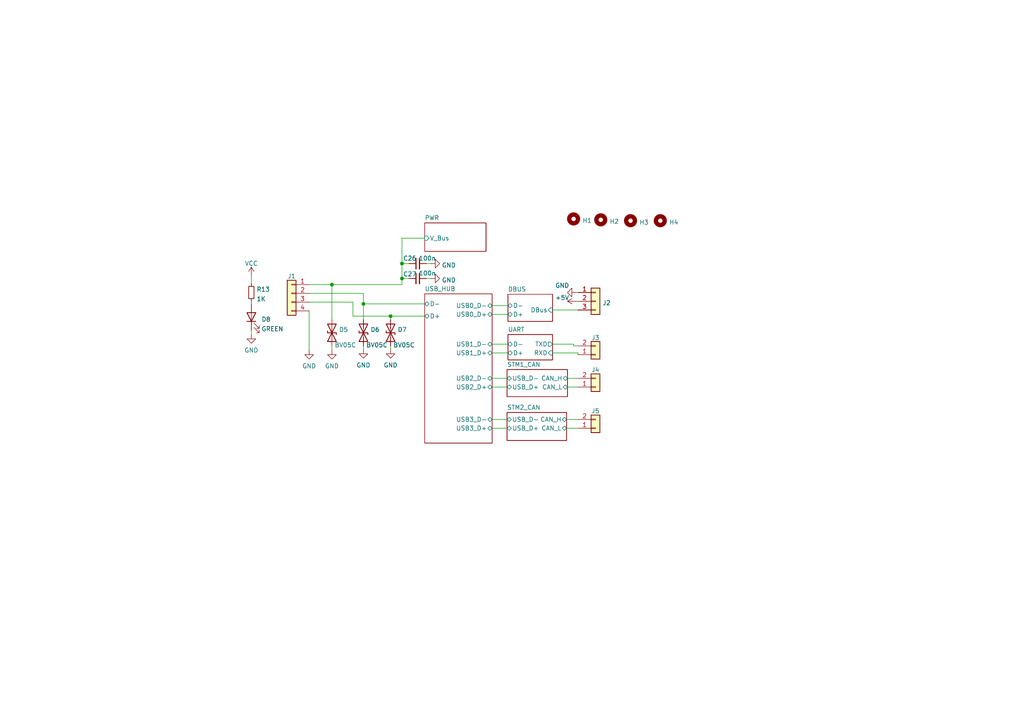
<source format=kicad_sch>
(kicad_sch (version 20230121) (generator eeschema)
  (paper "A4")
  (lib_symbols
    (symbol "Connector_Generic:Conn_01x02" (pin_names (offset 1.016) hide)
      (property "Reference" "J" (at 0 2.54 0))
      (property "Value" "Conn_01x02" (at 0 -5.08 0))
      (symbol "Conn_01x02_1_1"
        (rectangle (start -1.27 -2.413) (end 0 -2.667) (stroke (width 0.1524)))
        (rectangle (start -1.27 0.127) (end 0 -0.127) (stroke (width 0.1524)))
        (rectangle (start -1.27 1.27) (end 1.27 -3.81) (stroke (width 0.254)) (fill (type background)))
        (pin passive line (at -5.08 0 0) (length 3.81) (name "Pin_1") (number "1"))
        (pin passive line (at -5.08 -2.54 0) (length 3.81) (name "Pin_2") (number "2"))
      )
    )
    (symbol "Connector_Generic:Conn_01x03" (pin_names (offset 1.016) hide)
      (property "Reference" "J" (at 0 5.08 0))
      (property "Value" "Conn_01x03" (at 0 -5.08 0))
      (symbol "Conn_01x03_1_1"
        (rectangle (start -1.27 -2.413) (end 0 -2.667) (stroke (width 0.1524)))
        (rectangle (start -1.27 0.127) (end 0 -0.127) (stroke (width 0.1524)))
        (rectangle (start -1.27 2.667) (end 0 2.413) (stroke (width 0.1524)))
        (rectangle (start -1.27 3.81) (end 1.27 -3.81) (stroke (width 0.254)) (fill (type background)))
        (pin passive line (at -5.08 2.54 0) (length 3.81) (name "Pin_1") (number "1"))
        (pin passive line (at -5.08 0 0) (length 3.81) (name "Pin_2") (number "2"))
        (pin passive line (at -5.08 -2.54 0) (length 3.81) (name "Pin_3") (number "3"))
      )
    )
    (symbol "Connector_Generic:Conn_01x04" (pin_names (offset 1.016) hide)
      (property "Reference" "J" (at 0 5.08 0))
      (property "Value" "Conn_01x04" (at 0 -7.62 0))
      (symbol "Conn_01x04_1_1"
        (rectangle (start -1.27 -4.953) (end 0 -5.207) (stroke (width 0.1524)))
        (rectangle (start -1.27 -2.413) (end 0 -2.667) (stroke (width 0.1524)))
        (rectangle (start -1.27 0.127) (end 0 -0.127) (stroke (width 0.1524)))
        (rectangle (start -1.27 2.667) (end 0 2.413) (stroke (width 0.1524)))
        (rectangle (start -1.27 3.81) (end 1.27 -6.35) (stroke (width 0.254)) (fill (type background)))
        (pin passive line (at -5.08 2.54 0) (length 3.81) (name "Pin_1") (number "1"))
        (pin passive line (at -5.08 0 0) (length 3.81) (name "Pin_2") (number "2"))
        (pin passive line (at -5.08 -2.54 0) (length 3.81) (name "Pin_3") (number "3"))
        (pin passive line (at -5.08 -5.08 0) (length 3.81) (name "Pin_4") (number "4"))
      )
    )
    (symbol "Device:C_Small" (pin_numbers hide) (pin_names (offset 0.254) hide)
      (property "Reference" "C" (at 0.254 1.778 0))
      (property "Value" "C_Small" (at 0.254 -2.032 0))
      (symbol "C_Small_0_1"
        (polyline (pts (xy -1.524 -0.508) (xy 1.524 -0.508)) (stroke (width 0.3302)))
        (polyline (pts (xy -1.524 0.508) (xy 1.524 0.508)) (stroke (width 0.3048)))
      )
      (symbol "C_Small_1_1"
        (pin passive line (at 0 2.54 270) (length 2.032) (name "~") (number "1"))
        (pin passive line (at 0 -2.54 90) (length 2.032) (name "~") (number "2"))
      )
    )
    (symbol "Device:D_TVS" (pin_numbers hide) (pin_names (offset 1.016) hide)
      (property "Reference" "D" (at 0 2.54 0))
      (property "Value" "D_TVS" (at 0 -2.54 0))
      (symbol "D_TVS_0_1"
        (polyline (pts (xy 1.27 0) (xy -1.27 0)))
        (polyline (pts (xy 0.508 1.27) (xy 0 1.27) (xy 0 -1.27) (xy -0.508 -1.27)) (stroke (width 0.254)))
        (polyline (pts (xy -2.54 1.27) (xy -2.54 -1.27) (xy 2.54 1.27) (xy 2.54 -1.27) (xy -2.54 1.27)) (stroke (width 0.254)))
      )
      (symbol "D_TVS_1_1"
        (pin passive line (at -3.81 0 0) (length 2.54) (name "A1") (number "1"))
        (pin passive line (at 3.81 0 180) (length 2.54) (name "A2") (number "2"))
      )
    )
    (symbol "Device:LED" (pin_numbers hide) (pin_names (offset 1.016) hide)
      (property "Reference" "D" (at 0 2.54 0))
      (property "Value" "LED" (at 0 -2.54 0))
      (symbol "LED_0_1"
        (polyline (pts (xy -1.27 -1.27) (xy -1.27 1.27)) (stroke (width 0.254)))
        (polyline (pts (xy -1.27 0) (xy 1.27 0)))
        (polyline (pts (xy 1.27 -1.27) (xy 1.27 1.27) (xy -1.27 0) (xy 1.27 -1.27)) (stroke (width 0.254)))
        (polyline (pts (xy -3.048 -0.762) (xy -4.572 -2.286) (xy -3.81 -2.286) (xy -4.572 -2.286) (xy -4.572 -1.524)))
        (polyline (pts (xy -1.778 -0.762) (xy -3.302 -2.286) (xy -2.54 -2.286) (xy -3.302 -2.286) (xy -3.302 -1.524)))
      )
      (symbol "LED_1_1"
        (pin passive line (at -3.81 0 0) (length 2.54) (name "K") (number "1"))
        (pin passive line (at 3.81 0 180) (length 2.54) (name "A") (number "2"))
      )
    )
    (symbol "Device:R_Small" (pin_numbers hide) (pin_names (offset 0.254) hide)
      (property "Reference" "R" (at 0.762 0.508 0))
      (property "Value" "R_Small" (at 0.762 -1.016 0))
      (symbol "R_Small_0_1"
        (rectangle (start -0.762 1.778) (end 0.762 -1.778) (stroke (width 0.2032)))
      )
      (symbol "R_Small_1_1"
        (pin passive line (at 0 2.54 270) (length 0.762) (name "~") (number "1"))
        (pin passive line (at 0 -2.54 90) (length 0.762) (name "~") (number "2"))
      )
    )
    (symbol "Mechanical:MountingHole" (pin_names (offset 1.016))
      (property "Reference" "H" (at 0 5.08 0))
      (property "Value" "MountingHole" (at 0 3.175 0))
      (symbol "MountingHole_0_1"
        (circle (center 0 0) (radius 1.27) (stroke (width 1.27)))
      )
    )
    (symbol "power:+5V" (power) (pin_names (offset 0))
      (property "Value" "+5V" (at 0 3.556 0))
      (symbol "+5V_0_1"
        (polyline (pts (xy -0.762 1.27) (xy 0 2.54)))
        (polyline (pts (xy 0 0) (xy 0 2.54)))
        (polyline (pts (xy 0 2.54) (xy 0.762 1.27)))
      )
      (symbol "+5V_1_1"
        (pin power_in line (at 0 0 90) (length 0) hide (name "+5V") (number "1"))
      )
    )
    (symbol "power:GND" (power) (pin_names (offset 0))
      (property "Value" "GND" (at 0 -3.81 0))
      (symbol "GND_0_1"
        (polyline (pts (xy 0 0) (xy 0 -1.27) (xy 1.27 -1.27) (xy 0 -2.54) (xy -1.27 -1.27) (xy 0 -1.27)))
      )
      (symbol "GND_1_1"
        (pin power_in line (at 0 0 270) (length 0) hide (name "GND") (number "1"))
      )
    )
    (symbol "power:VCC" (power) (pin_names (offset 0))
      (property "Value" "VCC" (at 0 3.81 0))
      (symbol "VCC_0_1"
        (polyline (pts (xy -0.762 1.27) (xy 0 2.54)))
        (polyline (pts (xy 0 0) (xy 0 2.54)))
        (polyline (pts (xy 0 2.54) (xy 0.762 1.27)))
      )
      (symbol "VCC_1_1"
        (pin power_in line (at 0 0 90) (length 0) hide (name "VCC") (number "1"))
      )
    )
  )
  (junction (at 116.586 80.772))
  (junction (at 96.266 82.55))
  (junction (at 105.41 88.138))
  (junction (at 113.284 91.694))
  (junction (at 116.586 76.454))
  (wire (pts (xy 116.586 80.772) (xy 118.618 80.772)))
  (wire (pts (xy 105.41 88.138) (xy 123.19 88.138)))
  (wire (pts (xy 142.748 88.646) (xy 147.32 88.646)))
  (wire (pts (xy 164.592 112.268) (xy 167.64 112.268)))
  (wire (pts (xy 96.266 82.55) (xy 116.586 82.55)))
  (wire (pts (xy 167.64 100.33) (xy 166.37 100.33)))
  (wire (pts (xy 166.37 99.822) (xy 160.274 99.822)))
  (wire (pts (xy 89.662 85.09) (xy 105.41 85.09)))
  (wire (pts (xy 96.266 82.55) (xy 96.266 92.71)))
  (wire (pts (xy 89.662 87.63) (xy 102.362 87.63)))
  (wire (pts (xy 89.662 82.55) (xy 96.266 82.55)))
  (wire (pts (xy 142.748 124.206) (xy 147.066 124.206)))
  (wire (pts (xy 167.132 87.376) (xy 167.64 87.376)))
  (wire (pts (xy 116.586 69.088) (xy 116.586 76.454)))
  (wire (pts (xy 164.592 109.728) (xy 167.64 109.728)))
  (wire (pts (xy 105.41 88.138) (xy 105.41 92.71)))
  (wire (pts (xy 102.362 91.694) (xy 113.284 91.694)))
  (wire (pts (xy 89.662 90.17) (xy 89.662 101.6)))
  (wire (pts (xy 160.274 89.916) (xy 167.64 89.916)))
  (wire (pts (xy 116.586 69.088) (xy 123.19 69.088)))
  (wire (pts (xy 72.898 95.758) (xy 72.898 97.028)))
  (wire (pts (xy 113.284 100.33) (xy 113.284 101.346)))
  (wire (pts (xy 105.41 85.09) (xy 105.41 88.138)))
  (wire (pts (xy 113.284 91.694) (xy 123.19 91.694)))
  (wire (pts (xy 113.284 91.694) (xy 113.284 92.71)))
  (wire (pts (xy 123.698 76.454) (xy 124.968 76.454)))
  (wire (pts (xy 72.898 87.376) (xy 72.898 88.138)))
  (wire (pts (xy 167.64 102.87) (xy 167.64 102.362)))
  (wire (pts (xy 166.37 100.33) (xy 166.37 99.822)))
  (wire (pts (xy 142.748 91.186) (xy 147.32 91.186)))
  (wire (pts (xy 142.748 109.728) (xy 147.066 109.728)))
  (wire (pts (xy 164.338 121.666) (xy 167.64 121.666)))
  (wire (pts (xy 116.586 76.454) (xy 116.586 80.772)))
  (wire (pts (xy 164.338 124.206) (xy 167.64 124.206)))
  (wire (pts (xy 96.266 100.33) (xy 96.266 101.6)))
  (wire (pts (xy 160.274 102.362) (xy 167.64 102.362)))
  (wire (pts (xy 102.362 87.63) (xy 102.362 91.694)))
  (wire (pts (xy 72.898 80.01) (xy 72.898 82.296)))
  (wire (pts (xy 116.586 82.55) (xy 116.586 80.772)))
  (wire (pts (xy 142.748 112.268) (xy 147.066 112.268)))
  (wire (pts (xy 105.41 100.33) (xy 105.41 101.346)))
  (wire (pts (xy 116.586 76.454) (xy 118.618 76.454)))
  (wire (pts (xy 167.132 84.836) (xy 167.64 84.836)))
  (wire (pts (xy 123.698 80.772) (xy 124.968 80.772)))
  (wire (pts (xy 142.748 102.362) (xy 147.32 102.362)))
  (wire (pts (xy 142.748 121.666) (xy 147.066 121.666)))
  (wire (pts (xy 142.748 99.822) (xy 147.32 99.822)))
  (symbol (lib_id "power:GND") (at 113.284 101.346 0) (unit 1)
    (property "Reference" "#PWR031" (effects hide))
    (property "Value" "GND" (at 113.284 105.9085 0))
  )
  (symbol (lib_id "Device:R_Small") (at 72.898 84.836 0) (unit 1)
    (property "Reference" "R13" (at 74.3966 83.9275 0) (effects (justify left)))
    (property "Value" "1K" (at 74.3966 86.7026 0) (effects (justify left)))
    (property "Footprint" "Resistor_SMD:R_0603_1608Metric" (effects hide))
  )
  (symbol (lib_id "power:GND") (at 72.898 97.028 0) (unit 1)
    (property "Reference" "#PWR034" (effects hide))
    (property "Value" "GND" (at 72.898 101.5905 0))
  )
  (symbol (lib_id "Device:D_TVS") (at 105.41 96.52 90) (unit 1)
    (property "Reference" "D6" (at 107.442 95.6115 90) (effects (justify right)))
    (property "Value" "BV05C" (at 106.172 100.076 90) (effects (justify right)))
    (property "Footprint" "Diode_SMD:D_SOD-323" (effects hide))
  )
  (symbol (lib_id "Connector_Generic:Conn_01x04") (at 84.582 85.09 0) (mirror y) (unit 1)
    (property "Reference" "J1" (at 84.582 80.0885 0))
    (property "Value" "Conn_01x04" (effects hide))
    (property "Footprint" "Connector_Molex:Molex_CLIK-Mate_502386-0470_1x04-1MP_P1.25mm_Horizontal" (effects hide))
  )
  (symbol (lib_id "Device:C_Small") (at 121.158 80.772 90) (unit 1)
    (property "Reference" "C27" (at 118.872 79.502 90))
    (property "Value" "100n" (at 123.952 79.248 90))
    (property "Footprint" "Capacitor_SMD:C_0603_1608Metric" (effects hide))
  )
  (symbol (lib_id "power:+5V") (at 167.132 87.376 90) (unit 1)
    (property "Reference" "#PWR028" (effects hide))
    (property "Value" "+5V" (at 165.1 86.36 90) (effects (justify left)))
  )
  (symbol (lib_id "Mechanical:MountingHole") (at 174.244 63.754 0) (unit 1)
    (property "Reference" "H2" (at 176.784 64.233 0) (effects (justify left)))
    (property "Value" "MountingHole" (effects hide))
    (property "Footprint" "MountingHole:MountingHole_2.7mm_M2.5" (effects hide))
  )
  (symbol (lib_id "power:GND") (at 105.41 101.346 0) (unit 1)
    (property "Reference" "#PWR030" (effects hide))
    (property "Value" "GND" (at 105.41 105.9085 0))
  )
  (symbol (lib_id "Connector_Generic:Conn_01x02") (at 172.72 102.87 0) (mirror x) (unit 1)
    (property "Reference" "J3" (at 172.72 97.9711 0))
    (property "Value" "Conn_01x02" (effects hide))
    (property "Footprint" "Connector:MountingHole_0.8mm_sm2.5_2pin" (effects hide))
  )
  (symbol (lib_id "power:GND") (at 124.968 76.454 90) (unit 1)
    (property "Reference" "#PWR025" (effects hide))
    (property "Value" "GND" (at 128.143 76.933 90) (effects (justify right)))
  )
  (symbol (lib_id "power:GND") (at 89.662 101.6 0) (unit 1)
    (property "Reference" "#PWR0131" (effects hide))
    (property "Value" "GND" (at 89.662 106.1625 0))
  )
  (symbol (lib_id "Mechanical:MountingHole") (at 191.516 64.008 0) (unit 1)
    (property "Reference" "H4" (at 194.056 64.487 0) (effects (justify left)))
    (property "Value" "MountingHole" (effects hide))
    (property "Footprint" "MountingHole:MountingHole_2.7mm_M2.5" (effects hide))
  )
  (symbol (lib_id "Connector_Generic:Conn_01x02") (at 172.72 124.206 0) (mirror x) (unit 1)
    (property "Reference" "J5" (at 172.72 119.2045 0))
    (property "Value" "Conn_01x02" (effects hide))
    (property "Footprint" "Connector:MountingHole_0.8mm_sm2.5_2pin" (effects hide))
  )
  (symbol (lib_id "Connector_Generic:Conn_01x02") (at 172.72 112.268 0) (mirror x) (unit 1)
    (property "Reference" "J4" (at 172.72 107.2665 0))
    (property "Value" "Conn_01x02" (effects hide))
    (property "Footprint" "Connector:MountingHole_0.8mm_sm2.5_2pin" (effects hide))
  )
  (symbol (lib_id "Device:D_TVS") (at 96.266 96.52 90) (unit 1)
    (property "Reference" "D5" (at 98.298 95.6115 90) (effects (justify right)))
    (property "Value" "BV05C" (at 97.028 100.076 90) (effects (justify right)))
    (property "Footprint" "Diode_SMD:D_SOD-323" (effects hide))
  )
  (symbol (lib_id "Device:C_Small") (at 121.158 76.454 90) (unit 1)
    (property "Reference" "C26" (at 118.872 74.93 90))
    (property "Value" "100n" (at 123.952 74.93 90))
    (property "Footprint" "Capacitor_SMD:C_0603_1608Metric" (effects hide))
  )
  (symbol (lib_id "power:GND") (at 96.266 101.6 0) (unit 1)
    (property "Reference" "#PWR032" (effects hide))
    (property "Value" "GND" (at 96.266 106.1625 0))
  )
  (symbol (lib_id "power:GND") (at 124.968 80.772 90) (unit 1)
    (property "Reference" "#PWR026" (effects hide))
    (property "Value" "GND" (at 128.143 81.251 90) (effects (justify right)))
  )
  (symbol (lib_id "Mechanical:MountingHole") (at 182.88 64.008 0) (unit 1)
    (property "Reference" "H3" (at 185.42 64.487 0) (effects (justify left)))
    (property "Value" "MountingHole" (effects hide))
    (property "Footprint" "MountingHole:MountingHole_2.7mm_M2.5" (effects hide))
  )
  (symbol (lib_id "power:GND") (at 167.132 84.836 270) (unit 1)
    (property "Reference" "#PWR027" (effects hide))
    (property "Value" "GND" (at 165.1 82.804 90) (effects (justify right)))
  )
  (symbol (lib_id "power:VCC") (at 72.898 80.01 0) (unit 1)
    (property "Reference" "#PWR033" (effects hide))
    (property "Value" "VCC" (at 72.898 76.4055 0))
  )
  (symbol (lib_id "Device:D_TVS") (at 113.284 96.52 90) (unit 1)
    (property "Reference" "D7" (at 115.316 95.6115 90) (effects (justify right)))
    (property "Value" "BV05C" (at 114.046 100.076 90) (effects (justify right)))
    (property "Footprint" "Diode_SMD:D_SOD-323" (effects hide))
  )
  (symbol (lib_id "Connector_Generic:Conn_01x03") (at 172.72 87.376 0) (unit 1)
    (property "Reference" "J2" (at 174.752 87.855 0) (effects (justify left)))
    (property "Value" "Conn_01x03" (effects hide))
    (property "Footprint" "Connector_JST:JST_GH_SM03B-GHS-TB_1x03-1MP_P1.25mm_Horizontal" (effects hide))
  )
  (symbol (lib_id "Mechanical:MountingHole") (at 166.37 63.5 0) (unit 1)
    (property "Reference" "H1" (at 168.91 63.979 0) (effects (justify left)))
    (property "Value" "MountingHole" (effects hide))
    (property "Footprint" "MountingHole:MountingHole_2.7mm_M2.5" (effects hide))
  )
  (symbol (lib_id "Device:LED") (at 72.898 91.948 90) (unit 1)
    (property "Reference" "D8" (at 75.819 92.627 90) (effects (justify right)))
    (property "Value" "GREEN" (at 75.819 95.4021 90) (effects (justify right)))
    (property "Footprint" "LED_SMD:LED_0603_1608Metric" (effects hide))
  )
  (sheet (at 147.32 97.028) (size 12.954 7.366) (stroke (width 0.1524))
    (property "Sheetname" "UART" (at 147.32 96.3164 0) (effects (justify left bottom)))
    (property "Sheetfile" "subsch/UART.kicad_sch" (effects hide))
    (pin "D-" bidirectional (at 147.32 99.822 180))
    (pin "D+" bidirectional (at 147.32 102.362 180))
    (pin "TXD" output (at 160.274 99.822 0))
    (pin "RXD" input (at 160.274 102.362 0))
  )
  (sheet (at 123.19 64.643) (size 17.78 8.255) (stroke (width 0.1524))
    (property "Sheetname" "PWR" (at 123.19 63.9314 0) (effects (justify left bottom)))
    (property "Sheetfile" "subsch/PWR.kicad_sch" (effects hide))
    (pin "V_Bus" input (at 123.19 69.088 180))
  )
  (sheet (at 147.32 85.344) (size 12.954 7.874) (stroke (width 0.1524))
    (property "Sheetname" "DBUS" (at 147.32 84.6324 0) (effects (justify left bottom)))
    (property "Sheetfile" "subsch/DBUS.kicad_sch" (effects hide))
    (pin "D-" bidirectional (at 147.32 88.646 180))
    (pin "D+" bidirectional (at 147.32 91.186 180))
    (pin "DBus" input (at 160.274 89.916 0))
  )
  (sheet (at 147.066 107.188) (size 17.526 7.874) (stroke (width 0.1524))
    (property "Sheetname" "STM1_CAN" (at 147.066 106.4764 0) (effects (justify left bottom)))
    (property "Sheetfile" "subsch/STM1_CAN.kicad_sch" (effects hide))
    (pin "CAN_L" bidirectional (at 164.592 112.268 0))
    (pin "CAN_H" bidirectional (at 164.592 109.728 0))
    (pin "USB_D-" bidirectional (at 147.066 109.728 180))
    (pin "USB_D+" bidirectional (at 147.066 112.268 180))
  )
  (sheet (at 147.066 119.634) (size 17.272 8.128) (stroke (width 0.1524))
    (property "Sheetname" "STM2_CAN" (at 147.066 118.9224 0) (effects (justify left bottom)))
    (property "Sheetfile" "subsch/STM2_CAN.kicad_sch" (effects hide))
    (pin "CAN_L" bidirectional (at 164.338 124.206 0))
    (pin "CAN_H" bidirectional (at 164.338 121.666 0))
    (pin "USB_D-" bidirectional (at 147.066 121.666 180))
    (pin "USB_D+" bidirectional (at 147.066 124.206 180))
  )
  (sheet (at 123.19 85.217) (size 19.558 43.307) (stroke (width 0.1524))
    (property "Sheetname" "USB_HUB" (at 123.19 84.5054 0) (effects (justify left bottom)))
    (property "Sheetfile" "subsch/USB_HUB.kicad_sch" (effects hide))
    (pin "D+" bidirectional (at 123.19 91.694 180))
    (pin "D-" bidirectional (at 123.19 88.138 180))
    (pin "USB1_D+" bidirectional (at 142.748 102.362 0))
    (pin "USB1_D-" bidirectional (at 142.748 99.822 0))
    (pin "USB0_D-" bidirectional (at 142.748 88.646 0))
    (pin "USB0_D+" bidirectional (at 142.748 91.186 0))
    (pin "USB2_D-" bidirectional (at 142.748 109.728 0))
    (pin "USB2_D+" bidirectional (at 142.748 112.268 0))
    (pin "USB3_D-" bidirectional (at 142.748 121.666 0))
    (pin "USB3_D+" bidirectional (at 142.748 124.206 0))
  )
)
</source>
